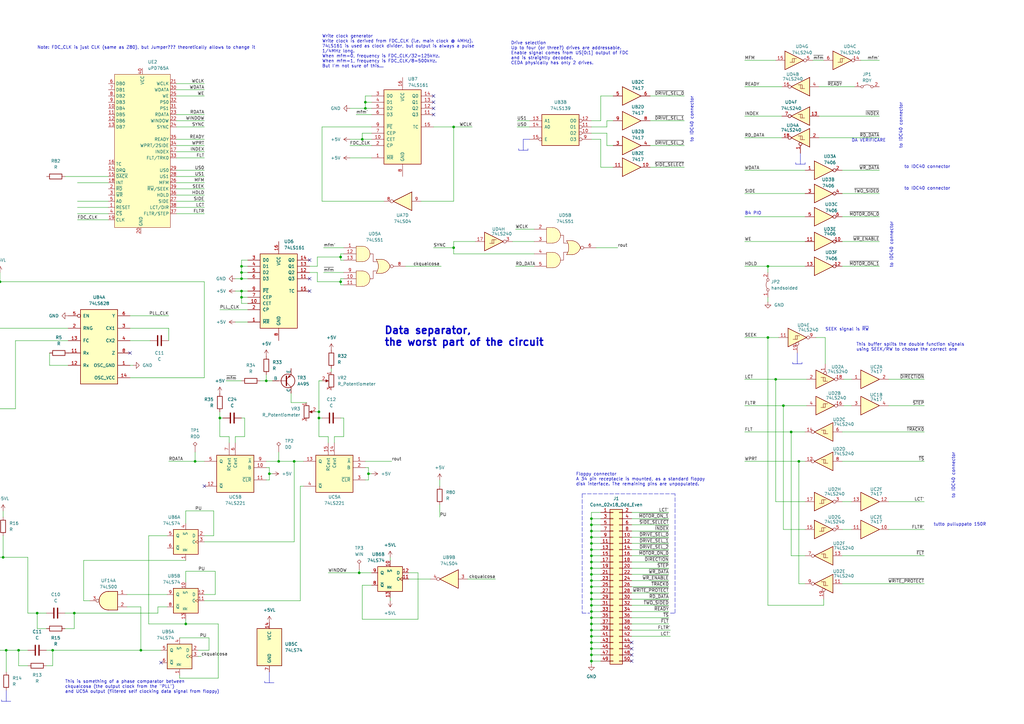
<source format=kicad_sch>
(kicad_sch (version 20230121) (generator eeschema)
  (paper "A3")
  (junction (at 242.57 268.605))
  (junction (at 242.57 220.345))
  (junction (at 242.57 243.205))
  (junction (at 242.57 253.365))
  (junction (at 242.57 245.745))
  (junction (at 99.06 114.3))
  (junction (at 242.57 212.725))
  (junction (at 80.01 189.23))
  (junction (at 242.57 225.425))
  (junction (at 76.2 255.905))
  (junction (at 147.32 234.95))
  (junction (at 242.57 235.585))
  (junction (at -7.62 248.92))
  (junction (at 30.48 251.46))
  (junction (at 242.57 215.265))
  (junction (at 130.81 171.45))
  (junction (at 186.055 52.07))
  (junction (at 242.57 250.825))
  (junction (at -6.35 167.64))
  (junction (at 99.06 109.22))
  (junction (at 242.57 238.125))
  (junction (at 314.96 138.43))
  (junction (at 148.59 57.15))
  (junction (at 242.57 222.885))
  (junction (at 321.31 166.37))
  (junction (at 242.57 227.965))
  (junction (at 318.135 155.575))
  (junction (at 139.7 115.57))
  (junction (at 21.59 266.7))
  (junction (at 149.86 41.91))
  (junction (at 0 115.57))
  (junction (at 1.27 228.6))
  (junction (at 99.06 121.92))
  (junction (at 7.62 266.7))
  (junction (at 139.7 105.41))
  (junction (at 242.57 260.985))
  (junction (at -16.51 167.64))
  (junction (at 242.57 248.285))
  (junction (at 99.06 119.38))
  (junction (at 242.57 266.065))
  (junction (at 109.22 156.21))
  (junction (at 242.57 240.665))
  (junction (at 242.57 255.905))
  (junction (at 90.17 171.45))
  (junction (at 120.65 189.23))
  (junction (at 99.06 111.76))
  (junction (at -50.8 167.64))
  (junction (at 242.57 258.445))
  (junction (at 327.66 189.23))
  (junction (at 242.57 263.525))
  (junction (at 186.055 101.6))
  (junction (at 242.57 271.145))
  (junction (at 114.3 189.23))
  (junction (at 242.57 230.505))
  (junction (at 149.86 44.45))
  (junction (at 110.49 194.31))
  (junction (at 130.81 168.91))
  (junction (at 314.96 109.22))
  (junction (at 151.13 194.31))
  (junction (at 324.485 177.165))
  (junction (at 2.54 266.7))
  (junction (at 242.57 217.805))
  (junction (at 57.785 266.7))
  (junction (at 15.24 251.46))
  (junction (at 242.57 233.045))
  (no_connect (at 259.08 268.605))
  (no_connect (at 259.08 266.065))
  (no_connect (at 127 106.68))
  (no_connect (at 259.08 271.145))
  (no_connect (at 83.82 199.39))
  (no_connect (at 177.8 39.37))
  (no_connect (at 177.8 46.99))
  (no_connect (at 127 114.3))
  (no_connect (at 66.04 271.78))
  (no_connect (at 259.08 263.525))
  (no_connect (at 177.8 41.91))
  (no_connect (at 177.8 44.45))
  (no_connect (at 127 119.38))
  (no_connect (at 53.34 144.78))
  (wire (pts (xy 99.06 114.3) (xy 101.6 114.3)))
  (polyline (pts (xy 330.2 66.675) (xy 330.2 67.31)))
  (wire (pts (xy 0 115.57) (xy -12.7 115.57)))
  (wire (pts (xy 259.08 245.745) (xy 274.32 245.745)))
  (wire (pts (xy 0 228.6) (xy 1.27 228.6)))
  (wire (pts (xy 109.22 156.21) (xy 111.76 156.21)))
  (wire (pts (xy 130.81 179.07) (xy 134.62 179.07)))
  (wire (pts (xy -6.35 167.64) (xy -6.35 166.37)))
  (wire (pts (xy 72.39 87.63) (xy 83.82 87.63)))
  (polyline (pts (xy 327.025 149.225) (xy 328.93 149.225)))
  (wire (pts (xy 72.39 59.69) (xy 83.82 59.69)))
  (wire (pts (xy -16.51 167.64) (xy -6.35 167.64)))
  (wire (pts (xy 72.39 82.55) (xy 83.82 82.55)))
  (wire (pts (xy 242.57 217.805) (xy 242.57 220.345)))
  (polyline (pts (xy 216.535 60.96) (xy 216.535 61.595)))
  (wire (pts (xy 83.82 222.25) (xy 120.65 222.25)))
  (wire (pts (xy 246.38 268.605) (xy 242.57 268.605)))
  (wire (pts (xy 110.49 194.31) (xy 111.76 194.31)))
  (wire (pts (xy 143.51 44.45) (xy 149.86 44.45)))
  (wire (pts (xy 53.34 139.7) (xy 61.595 139.7)))
  (wire (pts (xy 0 266.7) (xy 2.54 266.7)))
  (wire (pts (xy -20.32 167.64) (xy -16.51 167.64)))
  (wire (pts (xy 140.97 179.07) (xy 137.16 179.07)))
  (polyline (pts (xy 328.295 67.31) (xy 326.39 67.31)))
  (wire (pts (xy 80.01 185.42) (xy 80.01 189.23)))
  (wire (pts (xy 134.62 234.95) (xy 147.32 234.95)))
  (wire (pts (xy 246.38 258.445) (xy 242.57 258.445)))
  (wire (pts (xy 127 111.76) (xy 130.175 111.76)))
  (wire (pts (xy 246.38 263.525) (xy 242.57 263.525)))
  (wire (pts (xy 246.38 220.345) (xy 242.57 220.345)))
  (wire (pts (xy 99.06 124.46) (xy 101.6 124.46)))
  (wire (pts (xy 259.08 253.365) (xy 274.32 253.365)))
  (wire (pts (xy -16.51 177.8) (xy -16.51 248.92)))
  (wire (pts (xy 248.92 52.07) (xy 248.92 49.53)))
  (wire (pts (xy 34.29 246.38) (xy 34.29 229.87)))
  (wire (pts (xy 246.38 238.125) (xy 242.57 238.125)))
  (wire (pts (xy 110.49 191.77) (xy 110.49 194.31)))
  (wire (pts (xy 305.435 88.9) (xy 330.2 88.9)))
  (wire (pts (xy 191.77 237.49) (xy 203.2 237.49)))
  (wire (pts (xy 90.17 171.45) (xy 91.44 171.45)))
  (wire (pts (xy 57.785 266.7) (xy 57.785 248.92)))
  (wire (pts (xy 345.44 69.85) (xy 360.68 69.85)))
  (wire (pts (xy 242.57 235.585) (xy 242.57 238.125)))
  (wire (pts (xy 305.435 109.22) (xy 314.96 109.22)))
  (polyline (pts (xy -6.35 182.245) (xy -8.255 182.245)))
  (wire (pts (xy 246.38 248.285) (xy 242.57 248.285)))
  (wire (pts (xy 337.82 248.285) (xy 337.82 245.745)))
  (polyline (pts (xy -7.62 283.21) (xy -7.62 287.655)))
  (wire (pts (xy 364.49 205.74) (xy 379.095 205.74)))
  (wire (pts (xy 151.13 194.31) (xy 152.4 194.31)))
  (wire (pts (xy 11.43 251.46) (xy 11.43 228.6)))
  (polyline (pts (xy 0.635 287.02) (xy 0.635 287.655)))
  (wire (pts (xy 21.59 266.7) (xy 57.785 266.7)))
  (wire (pts (xy 246.38 215.265) (xy 242.57 215.265)))
  (polyline (pts (xy 327.025 149.225) (xy 325.12 149.225)))
  (wire (pts (xy 109.22 156.21) (xy 109.22 153.67)))
  (wire (pts (xy 259.08 220.345) (xy 274.32 220.345)))
  (wire (pts (xy 73.66 278.13) (xy 89.535 278.13)))
  (wire (pts (xy 242.57 238.125) (xy 242.57 240.665)))
  (wire (pts (xy 364.49 155.575) (xy 379.095 155.575)))
  (wire (pts (xy 211.455 109.22) (xy 219.075 109.22)))
  (wire (pts (xy 259.08 260.985) (xy 274.955 260.985)))
  (wire (pts (xy 246.38 245.745) (xy 242.57 245.745)))
  (wire (pts (xy 89.535 278.13) (xy 89.535 255.905)))
  (wire (pts (xy 80.01 189.23) (xy 83.82 189.23)))
  (wire (pts (xy 30.48 251.46) (xy 64.77 251.46)))
  (wire (pts (xy 87.63 209.55) (xy 76.2 209.55)))
  (wire (pts (xy 327.66 189.23) (xy 330.2 189.23)))
  (wire (pts (xy 69.215 134.62) (xy 53.34 134.62)))
  (wire (pts (xy 151.13 191.77) (xy 151.13 194.31)))
  (polyline (pts (xy 2.54 287.655) (xy 4.445 287.655)))
  (wire (pts (xy 242.57 263.525) (xy 242.57 266.065)))
  (wire (pts (xy 119.38 161.29) (xy 119.38 165.1)))
  (wire (pts (xy 60.96 255.905) (xy 76.2 255.905)))
  (wire (pts (xy 242.57 240.665) (xy 242.57 243.205)))
  (polyline (pts (xy 276.86 202.565) (xy 238.76 202.565)) (stroke (width 0) (type dash)))
  (wire (pts (xy 130.175 105.41) (xy 139.7 105.41)))
  (wire (pts (xy -50.8 167.64) (xy -40.64 167.64)))
  (wire (pts (xy 259.08 235.585) (xy 274.32 235.585)))
  (wire (pts (xy 72.39 77.47) (xy 83.82 77.47)))
  (wire (pts (xy 242.57 220.345) (xy 242.57 222.885)))
  (wire (pts (xy 242.57 271.145) (xy 242.57 272.415)))
  (wire (pts (xy -7.62 250.19) (xy -7.62 248.92)))
  (polyline (pts (xy 325.12 148.59) (xy 325.12 149.225)))
  (wire (pts (xy 109.22 189.23) (xy 114.3 189.23)))
  (wire (pts (xy 90.17 179.07) (xy 93.98 179.07)))
  (wire (pts (xy 68.58 219.71) (xy 60.96 219.71)))
  (wire (pts (xy 31.75 82.55) (xy 44.45 82.55)))
  (wire (pts (xy 246.38 217.805) (xy 242.57 217.805)))
  (wire (pts (xy 349.25 217.17) (xy 345.44 217.17)))
  (wire (pts (xy 93.98 179.07) (xy 93.98 181.61)))
  (wire (pts (xy 76.2 234.315) (xy 76.2 238.76)))
  (wire (pts (xy -50.8 167.64) (xy -50.8 170.18)))
  (wire (pts (xy 96.52 132.08) (xy 101.6 132.08)))
  (wire (pts (xy 242.57 210.185) (xy 242.57 212.725)))
  (wire (pts (xy 148.59 54.61) (xy 152.4 54.61)))
  (wire (pts (xy 139.7 116.84) (xy 139.7 115.57)))
  (wire (pts (xy 246.38 230.505) (xy 242.57 230.505)))
  (wire (pts (xy 186.055 101.6) (xy 186.055 104.14)))
  (wire (pts (xy 27.94 139.7) (xy 6.35 139.7)))
  (wire (pts (xy 148.59 57.15) (xy 148.59 54.61)))
  (wire (pts (xy 123.19 199.39) (xy 123.19 246.38)))
  (wire (pts (xy 73.66 276.86) (xy 73.66 278.13)))
  (wire (pts (xy 259.08 230.505) (xy 274.32 230.505)))
  (wire (pts (xy 259.08 210.185) (xy 274.32 210.185)))
  (wire (pts (xy 335.915 56.515) (xy 360.68 56.515)))
  (wire (pts (xy 72.39 69.85) (xy 83.82 69.85)))
  (wire (pts (xy 242.57 233.045) (xy 242.57 235.585)))
  (polyline (pts (xy 328.295 62.865) (xy 328.295 67.31)))
  (wire (pts (xy 30.48 251.46) (xy 26.67 251.46)))
  (wire (pts (xy 259.08 233.045) (xy 274.32 233.045)))
  (wire (pts (xy 147.32 233.68) (xy 147.32 234.95)))
  (wire (pts (xy 96.52 119.38) (xy 99.06 119.38)))
  (wire (pts (xy 330.2 99.06) (xy 305.435 99.06)))
  (wire (pts (xy 72.39 36.83) (xy 83.82 36.83)))
  (wire (pts (xy 7.62 273.05) (xy 7.62 266.7)))
  (wire (pts (xy 166.37 109.22) (xy 180.975 109.22)))
  (wire (pts (xy 130.81 168.91) (xy 130.81 156.21)))
  (wire (pts (xy 110.49 196.85) (xy 109.22 196.85)))
  (polyline (pts (xy 108.585 279.4) (xy 108.585 280.035)))
  (polyline (pts (xy -85.09 123.825) (xy -83.185 123.825)))
  (wire (pts (xy -12.7 115.57) (xy -12.7 119.38)))
  (wire (pts (xy 305.435 24.765) (xy 318.135 24.765)))
  (wire (pts (xy 130.81 168.91) (xy 129.54 168.91)))
  (polyline (pts (xy 2.54 287.655) (xy 0.635 287.655)))
  (wire (pts (xy 2.54 266.7) (xy 7.62 266.7)))
  (wire (pts (xy 52.07 248.92) (xy 57.785 248.92)))
  (wire (pts (xy 140.97 116.84) (xy 139.7 116.84)))
  (wire (pts (xy 259.08 217.805) (xy 274.32 217.805)))
  (wire (pts (xy 72.39 62.23) (xy 83.82 62.23)))
  (wire (pts (xy 246.38 255.905) (xy 242.57 255.905)))
  (wire (pts (xy 140.97 171.45) (xy 140.97 179.07)))
  (polyline (pts (xy -6.35 177.8) (xy -6.35 182.245)))
  (wire (pts (xy 318.135 205.74) (xy 330.2 205.74)))
  (wire (pts (xy 242.57 248.285) (xy 242.57 250.825)))
  (wire (pts (xy 334.645 138.43) (xy 338.455 138.43)))
  (wire (pts (xy 53.34 129.54) (xy 69.215 129.54)))
  (wire (pts (xy 106.68 156.21) (xy 109.22 156.21)))
  (wire (pts (xy 259.08 240.665) (xy 274.32 240.665)))
  (wire (pts (xy 152.4 41.91) (xy 149.86 41.91)))
  (wire (pts (xy -12.7 138.43) (xy -12.7 142.24)))
  (wire (pts (xy 259.08 225.425) (xy 274.32 225.425)))
  (wire (pts (xy 266.7 39.37) (xy 280.67 39.37)))
  (wire (pts (xy 321.31 217.17) (xy 330.2 217.17)))
  (wire (pts (xy 69.215 139.7) (xy 69.215 134.62)))
  (wire (pts (xy 305.435 189.23) (xy 327.66 189.23)))
  (wire (pts (xy 160.02 228.6) (xy 160.02 229.87)))
  (polyline (pts (xy 328.295 67.31) (xy 330.2 67.31)))
  (wire (pts (xy 130.81 171.45) (xy 130.81 179.07)))
  (wire (pts (xy 177.8 52.07) (xy 186.055 52.07)))
  (polyline (pts (xy -8.255 181.61) (xy -8.255 182.245)))
  (polyline (pts (xy -12.7 154.305) (xy -10.795 154.305)))
  (wire (pts (xy 26.67 72.39) (xy 44.45 72.39)))
  (wire (pts (xy 248.92 54.61) (xy 248.92 59.69)))
  (wire (pts (xy 31.75 74.93) (xy 44.45 74.93)))
  (wire (pts (xy 101.6 111.76) (xy 99.06 111.76)))
  (wire (pts (xy 266.7 68.58) (xy 280.67 68.58)))
  (wire (pts (xy 72.39 46.99) (xy 83.82 46.99)))
  (wire (pts (xy 246.38 39.37) (xy 246.38 49.53)))
  (wire (pts (xy 242.57 212.725) (xy 242.57 215.265)))
  (wire (pts (xy 31.75 85.09) (xy 44.45 85.09)))
  (polyline (pts (xy 214.63 61.595) (xy 216.535 61.595)))
  (wire (pts (xy 31.75 90.17) (xy 44.45 90.17)))
  (polyline (pts (xy 110.49 280.035) (xy 112.395 280.035)))
  (wire (pts (xy 66.04 266.7) (xy 57.785 266.7)))
  (wire (pts (xy 1.27 209.55) (xy 1.27 212.09)))
  (wire (pts (xy 132.715 111.76) (xy 140.97 111.76)))
  (wire (pts (xy 246.38 212.725) (xy 242.57 212.725)))
  (wire (pts (xy 72.39 80.01) (xy 83.82 80.01)))
  (wire (pts (xy 34.29 229.87) (xy 76.2 229.87)))
  (wire (pts (xy 19.05 266.7) (xy 21.59 266.7)))
  (wire (pts (xy 21.59 273.05) (xy 21.59 266.7)))
  (wire (pts (xy 242.57 52.07) (xy 248.92 52.07)))
  (wire (pts (xy 305.435 79.375) (xy 330.2 79.375)))
  (polyline (pts (xy 276.86 251.46) (xy 276.86 202.565)) (stroke (width 0) (type dash)))
  (wire (pts (xy 11.43 273.05) (xy 7.62 273.05)))
  (wire (pts (xy 246.38 68.58) (xy 246.38 57.15)))
  (wire (pts (xy 246.38 210.185) (xy 242.57 210.185)))
  (wire (pts (xy 139.7 105.41) (xy 139.7 104.14)))
  (wire (pts (xy 99.06 171.45) (xy 100.33 171.45)))
  (wire (pts (xy 333.375 24.765) (xy 337.82 24.765)))
  (wire (pts (xy 177.8 101.6) (xy 186.055 101.6)))
  (wire (pts (xy 171.45 234.95) (xy 167.64 234.95)))
  (polyline (pts (xy 212.725 60.96) (xy 212.725 61.595)))
  (wire (pts (xy 349.25 166.37) (xy 346.075 166.37)))
  (wire (pts (xy 259.08 243.205) (xy 274.32 243.205)))
  (wire (pts (xy -7.62 233.68) (xy -7.62 238.76)))
  (wire (pts (xy 132.715 101.6) (xy 140.97 101.6)))
  (polyline (pts (xy -9.525 287.02) (xy -9.525 287.655)))
  (wire (pts (xy 148.59 254) (xy 171.45 254)))
  (wire (pts (xy 130.81 156.21) (xy 132.08 156.21)))
  (wire (pts (xy 345.44 99.06) (xy 360.68 99.06)))
  (wire (pts (xy 151.13 194.31) (xy 151.13 196.85)))
  (wire (pts (xy 149.86 39.37) (xy 149.86 41.91)))
  (wire (pts (xy 72.39 72.39) (xy 83.82 72.39)))
  (wire (pts (xy 266.7 59.69) (xy 280.67 59.69)))
  (wire (pts (xy 143.51 64.77) (xy 152.4 64.77)))
  (wire (pts (xy 330.2 227.965) (xy 324.485 227.965)))
  (wire (pts (xy 259.08 255.905) (xy 274.32 255.905)))
  (wire (pts (xy 72.39 57.15) (xy 83.82 57.15)))
  (wire (pts (xy 305.435 155.575) (xy 318.135 155.575)))
  (wire (pts (xy 76.2 209.55) (xy 76.2 214.63)))
  (wire (pts (xy 217.17 49.53) (xy 212.09 49.53)))
  (wire (pts (xy 330.835 166.37) (xy 321.31 166.37)))
  (wire (pts (xy 69.215 189.23) (xy 80.01 189.23)))
  (wire (pts (xy 26.67 257.81) (xy 30.48 257.81)))
  (wire (pts (xy 83.82 219.71) (xy 87.63 219.71)))
  (wire (pts (xy 149.86 41.91) (xy 149.86 44.45)))
  (polyline (pts (xy -12.7 154.305) (xy -14.605 154.305)))
  (wire (pts (xy 318.135 205.74) (xy 318.135 155.575)))
  (wire (pts (xy 130.175 111.76) (xy 130.175 115.57)))
  (wire (pts (xy 242.57 253.365) (xy 242.57 255.905)))
  (wire (pts (xy 52.07 243.84) (xy 68.58 243.84)))
  (wire (pts (xy 99.06 111.76) (xy 99.06 114.3)))
  (wire (pts (xy 314.96 138.43) (xy 319.405 138.43)))
  (wire (pts (xy 81.28 266.7) (xy 85.725 266.7)))
  (wire (pts (xy 139.7 171.45) (xy 140.97 171.45)))
  (polyline (pts (xy -6.35 182.245) (xy -4.445 182.245)))
  (wire (pts (xy 242.57 255.905) (xy 242.57 258.445)))
  (wire (pts (xy 242.57 215.265) (xy 242.57 217.805)))
  (wire (pts (xy 31.75 87.63) (xy 44.45 87.63)))
  (wire (pts (xy 259.08 250.825) (xy 274.32 250.825)))
  (wire (pts (xy 139.7 115.57) (xy 139.7 114.3)))
  (wire (pts (xy 314.96 248.285) (xy 314.96 138.43)))
  (wire (pts (xy 305.435 138.43) (xy 314.96 138.43)))
  (wire (pts (xy 139.7 114.3) (xy 140.97 114.3)))
  (wire (pts (xy 152.4 39.37) (xy 149.86 39.37)))
  (wire (pts (xy 242.57 245.745) (xy 242.57 248.285)))
  (wire (pts (xy 167.64 237.49) (xy 176.53 237.49)))
  (wire (pts (xy 20.32 149.86) (xy 20.32 144.78)))
  (wire (pts (xy 246.38 225.425) (xy 242.57 225.425)))
  (wire (pts (xy 72.39 39.37) (xy 83.82 39.37)))
  (wire (pts (xy 1.27 219.71) (xy 1.27 228.6)))
  (wire (pts (xy 330.2 239.395) (xy 327.66 239.395)))
  (wire (pts (xy 379.095 239.395) (xy 345.44 239.395)))
  (wire (pts (xy 151.13 196.85) (xy 149.86 196.85)))
  (wire (pts (xy 242.57 243.205) (xy 242.57 245.745)))
  (wire (pts (xy 120.65 189.23) (xy 120.65 222.25)))
  (wire (pts (xy 360.68 24.765) (xy 353.06 24.765)))
  (polyline (pts (xy 238.76 202.565) (xy 238.76 251.46)) (stroke (width 0) (type dash)))
  (wire (pts (xy 132.08 52.07) (xy 152.4 52.07)))
  (wire (pts (xy 242.57 222.885) (xy 242.57 225.425)))
  (wire (pts (xy 114.3 185.42) (xy 114.3 189.23)))
  (wire (pts (xy 27.94 149.86) (xy 20.32 149.86)))
  (wire (pts (xy 379.095 217.17) (xy 364.49 217.17)))
  (wire (pts (xy 349.25 205.74) (xy 345.44 205.74)))
  (wire (pts (xy 314.96 109.22) (xy 330.2 109.22)))
  (wire (pts (xy 130.175 109.22) (xy 130.175 105.41)))
  (wire (pts (xy 244.475 101.6) (xy 253.365 101.6)))
  (wire (pts (xy 335.915 47.625) (xy 360.68 47.625)))
  (wire (pts (xy 345.44 79.375) (xy 360.68 79.375)))
  (wire (pts (xy 7.62 266.7) (xy 11.43 266.7)))
  (wire (pts (xy 212.09 52.07) (xy 217.17 52.07)))
  (wire (pts (xy -7.62 209.55) (xy -7.62 212.09)))
  (wire (pts (xy 305.435 47.625) (xy 320.675 47.625)))
  (wire (pts (xy 246.38 260.985) (xy 242.57 260.985)))
  (wire (pts (xy -50.8 157.48) (xy -50.8 158.75)))
  (wire (pts (xy 324.485 177.165) (xy 305.435 177.165)))
  (wire (pts (xy 242.57 268.605) (xy 242.57 271.145)))
  (wire (pts (xy 338.455 138.43) (xy 338.455 149.225)))
  (polyline (pts (xy 238.76 251.46) (xy 241.935 251.46)) (stroke (width 0) (type dash)))
  (wire (pts (xy 327.66 239.395) (xy 327.66 189.23)))
  (wire (pts (xy 379.095 189.23) (xy 345.44 189.23)))
  (wire (pts (xy 246.38 240.665) (xy 242.57 240.665)))
  (wire (pts (xy 15.24 257.81) (xy 15.24 251.46)))
  (wire (pts (xy 114.3 189.23) (xy 120.65 189.23)))
  (wire (pts (xy -16.51 248.92) (xy -7.62 248.92)))
  (wire (pts (xy 83.82 243.84) (xy 88.265 243.84)))
  (wire (pts (xy 379.095 177.165) (xy 345.44 177.165)))
  (wire (pts (xy 346.075 155.575) (xy 349.25 155.575)))
  (wire (pts (xy 96.52 179.07) (xy 96.52 181.61)))
  (wire (pts (xy 157.48 82.55) (xy 132.08 82.55)))
  (wire (pts (xy 246.38 250.825) (xy 242.57 250.825)))
  (wire (pts (xy 60.96 219.71) (xy 60.96 255.905)))
  (wire (pts (xy 130.81 171.45) (xy 130.81 168.91)))
  (wire (pts (xy 259.08 227.965) (xy 274.32 227.965)))
  (wire (pts (xy 101.6 106.68) (xy 99.06 106.68)))
  (wire (pts (xy 130.175 115.57) (xy 139.7 115.57)))
  (wire (pts (xy 139.7 104.14) (xy 140.97 104.14)))
  (polyline (pts (xy -14.605 153.67) (xy -14.605 154.305)))
  (wire (pts (xy 248.92 54.61) (xy 242.57 54.61)))
  (wire (pts (xy -7.62 257.81) (xy -7.62 261.62)))
  (wire (pts (xy 88.265 243.84) (xy 88.265 234.315)))
  (wire (pts (xy -71.12 109.22) (xy -71.12 111.76)))
  (wire (pts (xy 143.51 57.15) (xy 148.59 57.15)))
  (wire (pts (xy 19.05 273.05) (xy 21.59 273.05)))
  (polyline (pts (xy -85.09 119.38) (xy -85.09 123.825)))
  (wire (pts (xy 100.33 171.45) (xy 100.33 179.07)))
  (wire (pts (xy 72.39 74.93) (xy 83.82 74.93)))
  (wire (pts (xy 72.39 49.53) (xy 83.82 49.53)))
  (wire (pts (xy 324.485 177.165) (xy 330.2 177.165)))
  (wire (pts (xy 242.57 260.985) (xy 242.57 263.525)))
  (wire (pts (xy 99.06 119.38) (xy 101.6 119.38)))
  (wire (pts (xy 186.055 52.07) (xy 186.055 82.55)))
  (wire (pts (xy 211.455 93.98) (xy 219.075 93.98)))
  (wire (pts (xy 81.28 269.24) (xy 82.55 269.24)))
  (polyline (pts (xy 326.39 66.675) (xy 326.39 67.31)))
  (wire (pts (xy 180.34 196.85) (xy 180.34 199.39)))
  (wire (pts (xy 92.71 156.21) (xy 99.06 156.21)))
  (wire (pts (xy 110.49 194.31) (xy 110.49 196.85)))
  (wire (pts (xy 337.82 248.285) (xy 314.96 248.285)))
  (wire (pts (xy 210.185 99.06) (xy 219.075 99.06)))
  (wire (pts (xy 36.83 246.38) (xy 34.29 246.38)))
  (wire (pts (xy 242.57 227.965) (xy 242.57 230.505)))
  (wire (pts (xy 246.38 271.145) (xy 242.57 271.145)))
  (wire (pts (xy 83.82 154.94) (xy 83.82 115.57)))
  (wire (pts (xy 140.97 106.68) (xy 139.7 106.68)))
  (wire (pts (xy -12.7 127) (xy -12.7 130.81)))
  (wire (pts (xy 186.055 104.14) (xy 219.075 104.14)))
  (wire (pts (xy -7.62 248.92) (xy -7.62 246.38)))
  (wire (pts (xy 321.31 166.37) (xy 321.31 217.17)))
  (wire (pts (xy 72.39 85.09) (xy 83.82 85.09)))
  (wire (pts (xy 15.24 251.46) (xy 11.43 251.46)))
  (wire (pts (xy 134.62 179.07) (xy 134.62 181.61)))
  (wire (pts (xy 99.06 106.68) (xy 99.06 109.22)))
  (wire (pts (xy 305.435 166.37) (xy 321.31 166.37)))
  (wire (pts (xy 119.38 165.1) (xy 125.73 165.1)))
  (wire (pts (xy 246.38 233.045) (xy 242.57 233.045)))
  (wire (pts (xy 246.38 57.15) (xy 242.57 57.15)))
  (wire (pts (xy 180.34 212.09) (xy 180.34 207.01)))
  (wire (pts (xy 242.57 230.505) (xy 242.57 233.045)))
  (wire (pts (xy 100.33 179.07) (xy 96.52 179.07)))
  (wire (pts (xy 246.38 227.965) (xy 242.57 227.965)))
  (wire (pts (xy 120.65 189.23) (xy 124.46 189.23)))
  (wire (pts (xy 90.17 171.45) (xy 90.17 179.07)))
  (wire (pts (xy -6.35 157.48) (xy -6.35 158.75)))
  (wire (pts (xy 186.055 99.06) (xy 186.055 101.6)))
  (wire (pts (xy 246.38 253.365) (xy 242.57 253.365)))
  (wire (pts (xy 137.16 179.07) (xy 137.16 181.61)))
  (polyline (pts (xy -85.09 123.825) (xy -86.995 123.825)))
  (wire (pts (xy 259.08 258.445) (xy 274.955 258.445)))
  (wire (pts (xy 248.92 59.69) (xy 251.46 59.69)))
  (polyline (pts (xy 110.49 280.035) (xy 108.585 280.035)))
  (wire (pts (xy 101.6 109.22) (xy 99.06 109.22)))
  (polyline (pts (xy 217.17 57.15) (xy 214.63 57.15)))
  (wire (pts (xy 72.39 34.29) (xy 83.82 34.29)))
  (wire (pts (xy -6.35 167.64) (xy 6.35 167.64)))
  (wire (pts (xy 72.39 64.77) (xy 83.82 64.77)))
  (wire (pts (xy 101.6 127) (xy 90.17 127)))
  (polyline (pts (xy 274.955 251.46) (xy 276.86 251.46)) (stroke (width 0) (type dash)))
  (wire (pts (xy 15.24 251.46) (xy 19.05 251.46)))
  (wire (pts (xy 89.535 255.905) (xy 76.2 255.905)))
  (wire (pts (xy 127 109.22) (xy 130.175 109.22)))
  (polyline (pts (xy 214.63 57.15) (xy 214.63 61.595)))
  (wire (pts (xy 345.44 109.22) (xy 360.68 109.22)))
  (wire (pts (xy 85.725 266.7) (xy 85.725 261.62)))
  (wire (pts (xy 72.39 52.07) (xy 83.82 52.07)))
  (wire (pts (xy 246.38 222.885) (xy 242.57 222.885)))
  (wire (pts (xy 246.38 235.585) (xy 242.57 235.585)))
  (wire (pts (xy -16.51 167.64) (xy -16.51 170.18)))
  (wire (pts (xy 11.43 228.6) (xy 1.27 228.6)))
  (wire (pts (xy 149.86 189.23) (xy 160.655 189.23)))
  (wire (pts (xy 152.4 234.95) (xy 147.32 234.95)))
  (wire (pts (xy 90.17 171.45) (xy 90.17 168.91)))
  (wire (pts (xy -6.35 167.64) (xy -6.35 170.18)))
  (wire (pts (xy 259.08 215.265) (xy 274.32 215.265)))
  (polyline (pts (xy -50.8 177.8) (xy -50.8 182.245)))
  (wire (pts (xy 101.6 121.92) (xy 99.06 121.92)))
  (wire (pts (xy 30.48 251.46) (xy 30.48 257.81)))
  (wire (pts (xy 246.38 243.205) (xy 242.57 243.205)))
  (wire (pts (xy 251.46 39.37) (xy 246.38 39.37)))
  (wire (pts (xy 2.54 266.7) (xy 2.54 275.59)))
  (wire (pts (xy 143.51 59.69) (xy 152.4 59.69)))
  (wire (pts (xy 148.59 240.03) (xy 148.59 254)))
  (wire (pts (xy 123.19 246.38) (xy 83.82 246.38)))
  (wire (pts (xy 53.34 154.94) (xy 83.82 154.94)))
  (wire (pts (xy 99.06 121.92) (xy 99.06 124.46)))
  (wire (pts (xy 85.725 261.62) (xy 73.66 261.62)))
  (wire (pts (xy 0 111.76) (xy 0 115.57)))
  (wire (pts (xy 135.89 151.13) (xy 135.89 152.4)))
  (polyline (pts (xy -86.995 123.19) (xy -86.995 123.825)))
  (wire (pts (xy 130.81 171.45) (xy 132.08 171.45)))
  (wire (pts (xy 76.2 255.905) (xy 76.2 254)))
  (wire (pts (xy 242.57 225.425) (xy 242.57 227.965)))
  (wire (pts (xy 259.08 248.285) (xy 274.32 248.285)))
  (wire (pts (xy 99.06 121.92) (xy 99.06 119.38)))
  (polyline (pts (xy 110.49 275.59) (xy 110.49 280.035)))
  (wire (pts (xy 139.7 106.68) (xy 139.7 105.41)))
  (wire (pts (xy 160.02 246.38) (xy 160.02 245.11)))
  (wire (pts (xy 246.38 266.065) (xy 242.57 266.065)))
  (wire (pts (xy 53.34 149.86) (xy 54.61 149.86)))
  (polyline (pts (xy 328.93 148.59) (xy 328.93 149.225)))
  (wire (pts (xy 251.46 68.58) (xy 246.38 68.58)))
  (polyline (pts (xy -52.705 181.61) (xy -52.705 182.245)))
  (wire (pts (xy -8.89 134.62) (xy 27.94 134.62)))
  (wire (pts (xy 152.4 240.03) (xy 148.59 240.03)))
  (polyline (pts (xy 214.63 61.595) (xy 212.725 61.595)))
  (polyline (pts (xy -7.62 287.655) (xy -5.715 287.655)))
  (wire (pts (xy -7.62 275.59) (xy -7.62 271.78)))
  (wire (pts (xy 305.435 35.56) (xy 320.675 35.56)))
  (wire (pts (xy 345.44 88.9) (xy 360.68 88.9)))
  (wire (pts (xy -50.8 167.64) (xy -50.8 166.37)))
  (wire (pts (xy 96.52 114.3) (xy 99.06 114.3)))
  (polyline (pts (xy -7.62 287.655) (xy -9.525 287.655)))
  (wire (pts (xy 259.08 212.725) (xy 274.32 212.725)))
  (wire (pts (xy 259.08 222.885) (xy 274.32 222.885)))
  (wire (pts (xy 146.05 46.99) (xy 152.4 46.99)))
  (wire (pts (xy 379.095 227.965) (xy 345.44 227.965)))
  (polyline (pts (xy -50.8 182.245) (xy -52.705 182.245)))
  (wire (pts (xy 266.7 49.53) (xy 280.67 49.53)))
  (wire (pts (xy 19.05 257.81) (xy 15.24 257.81)))
  (wire (pts (xy 259.08 238.125) (xy 274.32 238.125)))
  (wire (pts (xy 6.35 139.7) (xy 6.35 167.64)))
  (polyline (pts (xy -50.8 182.245) (xy -48.895 182.245)))
  (wire (pts (xy 149.86 44.45) (xy 152.4 44.45)))
  (wire (pts (xy 318.135 155.575) (xy 330.835 155.575)))
  (wire (pts (xy 324.485 177.165) (xy 324.485 227.965)))
  (wire (pts (xy 87.63 219.71) (xy 87.63 209.55)))
  (wire (pts (xy 88.265 234.315) (xy 76.2 234.315)))
  (wire (pts (xy 335.915 35.56) (xy 350.52 35.56)))
  (wire (pts (xy 151.13 191.77) (xy 149.86 191.77)))
  (polyline (pts (xy 2.54 283.21) (xy 2.54 287.655)))
  (wire (pts (xy 64.77 248.92) (xy 68.58 248.92)))
  (wire (pts (xy 242.57 266.065) (xy 242.57 268.605)))
  (wire (pts (xy 305.435 56.515) (xy 320.675 56.515)))
  (wire (pts (xy -71.12 111.76) (xy -77.47 111.76)))
  (wire (pts (xy 379.095 166.37) (xy 364.49 166.37)))
  (wire (pts (xy 123.19 199.39) (xy 124.46 199.39)))
  (wire (pts (xy 242.57 250.825) (xy 242.57 253.365)))
  (wire (pts (xy 83.82 115.57) (xy 0 115.57)))
  (wire (pts (xy 132.08 82.55) (xy 132.08 52.07)))
  (wire (pts (xy 110.49 191.77) (xy 109.22 191.77)))
  (polyline (pts (xy -12.7 149.86) (xy -12.7 154.305)))
  (wire (pts (xy 186.055 52.07) (xy 193.675 52.07)))
  (wire (pts (xy 99.06 109.22) (xy 99.06 111.76)))
  (wire (pts (xy 186.055 99.06) (xy 194.945 99.06)))
  (wire (pts (xy 246.38 49.53) (xy 242.57 49.53)))
  (wire (pts (xy 242.57 258.445) (xy 242.57 260.985)))
  (wire (pts (xy 172.72 82.55) (xy 186.055 82.55)))
  (wire (pts (xy 171.45 254) (xy 171.45 234.95)))
  (wire (pts (xy 248.92 49.53) (xy 251.46 49.53)))
  (wire (pts (xy 314.96 109.22) (xy 314.96 111.76)))
  (wire (pts (xy -33.02 167.64) (xy -27.94 167.64)))
  (wire (pts (xy 148.59 57.15) (xy 152.4 57.15)))
  (wire (pts (xy 314.96 121.92) (xy 314.96 123.825)))
  (polyline (pts (xy 327.025 144.78) (xy 327.025 149.225)))
  (wire (pts (xy 305.435 69.85) (xy 330.2 69.85)))
  (wire (pts (xy -7.62 219.71) (xy -7.62 223.52)))
  (wire (pts (xy 64.77 248.92) (xy 64.77 251.46)))
  (text "B4 PIO" (at 305.435 88.265 0) (effects (font (size 1.27 1.27)) (justify left bottom)))
  (text "to IDC40 connector" (at 366.395 109.855 90) (effects (font (size 1.27 1.27)) (justify left bottom)))
  (text "Floppy connector\nA 34 pin receptacle is mounted, as a standard floppy\ndisk interface. The remaining pins are unpopulated." (at 236.22 199.39 0) (effects (font (size 1.27 1.27)) (justify left bottom)))
  (text "tutto pulluppato 150R\n" (at 404.495 215.9 0) (effects (font (size 1.27 1.27)) (justify right bottom)))
  (text "DA VERIFICARE" (at 349.25 58.42 0) (effects (font (size 1.27 1.27)) (justify left bottom)))
  (text "to IDC40 connector" (at 284.48 58.42 90) (effects (font (size 1.27 1.27)) (justify left bottom)))
  (text "to IDC40 connector" (at 370.205 60.96 90) (effects (font (size 1.27 1.27)) (justify left bottom)))
  (text "This buffer splits the double function signals\nusing SEEK/RW to choose the correct one" (at 351.155 144.145 0) (effects (font (size 1.27 1.27)) (justify left bottom)))
  (text "This is something of a phase comparator between\nckqualcosa (the output clock from the \"PLL\")\nand UC5A output (filtered self clocking data signal from floppy)\n" (at 26.67 284.48 0) (effects (font (size 1.27 1.27)) (justify left bottom)))
  (text "to IDC40 connector" (at 391.795 204.47 90) (effects (font (size 1.27 1.27)) (justify left bottom)))
  (text "SEEK signal is ~{RW}" (at 338.455 135.89 0) (effects (font (size 1.27 1.27)) (justify left bottom)))
  (text "Drive selection\nUp to four (or three?) drives are addressable.\nEnable signal comes from US[0:1] output of FDC\nand is straightly decoded.\nCEDA physically has only 2 drives." (at 209.55 26.67 0) (effects (font (size 1.27 1.27)) (justify left bottom)))
  (text "Note: FDC_CLK is just CLK (same as Z80), but Jumper??? theoretically allows to change it" (at 15.24 20.32 0) (effects (font (size 1.27 1.27)) (justify left bottom)))
  (text "Data separator,\nthe worst part of the circuit" (at 157.48 142.24 0) (effects (font (size 3 3) (thickness 0.6) bold) (justify left bottom)))
  (text "to IDC40 connector" (at 370.84 78.105 0) (effects (font (size 1.27 1.27)) (justify left bottom)))
  (text "Write clock generator\nWrite clock is derived from FDC_CLK (i.e. main clock @ 4MHz).\n74LS161 is used as clock divider, but output is always a pulse\n1/4MHz long.\nWhen mfm=0, frequency is FDC_CLK/32=125kHz.\nWhen mfm=1, frequency is FDC_CLK/8=500kHz.\nBut I'm not sure of this..." (at 132.08 27.94 0) (effects (font (size 1.27 1.27)) (justify left bottom)))
  (text "to IDC40 connector" (at 370.84 69.215 0) (effects (font (size 1.27 1.27)) (justify left bottom)))
  (label "~{TRACK0}" (at 379.095 177.165 180))
  (label "FLTR" (at 83.82 87.63 180))
  (label "MFM" (at 83.82 74.93 180))
  (label "WPRT" (at 83.82 59.69 180))
  (label "INDEX" (at 305.435 47.625 0))
  (label "ckqualcosa" (at 203.2 237.49 180))
  (label "PLL_CLK" (at 90.17 127 0))
  (label "WE" (at 305.435 99.06 0))
  (label "RDATA" (at 69.215 189.23 0))
  (label "~{SIDE_SELECT}" (at 274.32 215.265 180))
  (label "~{RD_DATA}" (at 360.68 56.515 180))
  (label "~{MOTOR_ON_0}" (at 360.68 88.9 180))
  (label "~{TS}" (at 379.095 189.23 180))
  (label "~{RD_DATA}" (at 274.32 245.745 180))
  (label "READY" (at 83.82 57.15 180))
  (label "LCT'" (at 274.32 210.185 180))
  (label "~{DIRECTION}" (at 379.095 155.575 180))
  (label "WCLK" (at 193.675 52.07 180))
  (label "~{DRIVE_SEL_1}" (at 274.32 222.885 180))
  (label "~{WR_DATA}" (at 274.32 235.585 180))
  (label "PU" (at 81.28 234.315 0))
  (label "~{READY}" (at 345.44 35.56 180))
  (label "mfm'" (at 132.715 101.6 0))
  (label "HDLD" (at 83.82 80.01 180))
  (label "SEEK" (at 305.435 138.43 0))
  (label "INDEX" (at 83.82 62.23 180))
  (label "~{WR_ENABLE}" (at 274.32 238.125 180))
  (label "WINDOW" (at 134.62 234.95 0))
  (label "FLT" (at 305.435 177.165 0))
  (label "~{WRITE_PROTECT}" (at 379.095 239.395 180))
  (label "mfm'" (at 360.68 24.765 180))
  (label "~{STEP}" (at 379.095 166.37 180))
  (label "SYNC" (at 177.8 101.6 0))
  (label "US1" (at 83.82 72.39 180))
  (label "rout" (at 160.655 189.23 0))
  (label "~{READY}" (at 274.32 250.825 180))
  (label "WPRT" (at 305.435 189.23 0))
  (label "~{mfm}" (at 92.71 156.21 0))
  (label "~{DRIVE_SEL_0}" (at 274.32 220.345 180))
  (label "LCT'" (at 274.955 260.985 180))
  (label "rout" (at 253.365 101.6 0))
  (label "~{mfm}" (at 337.82 24.765 180))
  (label "LCT" (at 83.82 85.09 180))
  (label "LCT" (at 305.435 155.575 0))
  (label "~{STEP}" (at 274.32 233.045 180))
  (label "PU" (at 80.01 209.55 0))
  (label "~{WR_DATA}" (at 360.68 69.85 180))
  (label "ckqualcosa" (at 180.34 109.22 180))
  (label "WDATA" (at 83.82 36.83 180))
  (label "~{FLT}" (at 379.095 227.965 180))
  (label "~{DIRECTION}" (at 274.32 230.505 180))
  (label "FLTR'" (at 274.955 258.445 180))
  (label "US0" (at 83.82 69.85 180))
  (label "~{MOTOR_ON_1}" (at 360.68 109.22 180))
  (label "RD_DATA" (at 305.435 56.515 0))
  (label "mfm'" (at 146.05 46.99 0))
  (label "~{INDEX}" (at 274.32 217.805 180))
  (label "FDC_CLK" (at 143.51 59.69 0))
  (label "READY" (at 305.435 35.56 0))
  (label "~{DRIVE_SEL_2}" (at 280.67 59.69 180))
  (label "US0" (at 212.09 52.07 0))
  (label "~{TRACK0}" (at 274.32 240.665 180))
  (label "SIDE" (at 305.435 79.375 0))
  (label "PLL_CLK" (at 69.215 129.54 180))
  (label "FLTR'" (at 379.095 217.17 180))
  (label "~{WR_ENABLE}" (at 360.68 99.06 180))
  (label "RD_DATA" (at 211.455 109.22 0))
  (label "~{INDEX}" (at 360.68 47.625 180))
  (label "~{TWO_SIDED}" (at 360.68 79.375 180))
  (label "SIDE" (at 83.82 82.55 180))
  (label "~{FLT}" (at 274.32 255.905 180))
  (label "~{TWO_SIDED}" (at 274.32 248.285 180))
  (label "WCLK" (at 83.82 34.29 180))
  (label "~{DRIVE_SEL_2}" (at 274.32 225.425 180))
  (label "~{DRIVE_SEL_1}" (at 280.67 49.53 180))
  (label "~{WRITE_PROTECT}" (at 274.32 243.205 180))
  (label "~{TS}" (at 274.32 253.365 180))
  (label "PU" (at 180.34 212.09 0))
  (label "RDATA" (at 83.82 46.99 180))
  (label "SYNC" (at 83.82 52.07 180))
  (label "LCT'" (at 379.095 205.74 180))
  (label "~{mfm}" (at 132.715 111.76 0))
  (label "PU" (at 81.915 261.62 0))
  (label "SEEK" (at 83.82 77.47 180))
  (label "MFM" (at 305.435 24.765 0))
  (label "WDATA" (at 305.435 69.85 0))
  (label "FDC_CLK" (at 31.75 90.17 0))
  (label "~{MOTOR_ON_1}" (at 274.32 212.725 180))
  (label "ckqualcosa" (at 82.55 269.24 0))
  (label "WE" (at 83.82 39.37 180))
  (label "US1" (at 212.09 49.53 0))
  (label "~{MOTOR_ON_0}" (at 274.32 227.965 180))
  (label "FLTR" (at 305.435 166.37 0))
  (label "FLT" (at 83.82 64.77 180))
  (label "~{DRIVE_SEL_0}" (at 280.67 39.37 180))
  (label "WINDOW" (at 83.82 49.53 180))
  (label "WCLK" (at 211.455 93.98 0))
  (label "~{SIDE_SELECT}" (at 280.67 68.58 180))
  (label "HDLD" (at 305.435 109.22 0))
  (symbol (lib_id "Device:R") (at 109.22 149.86 0) (unit 1)
    (property "Reference" "R33" (at 111.76 148.59 0) (effects (justify left)))
    (property "Value" "R" (at 111.76 151.13 0) (effects (justify left)))
  )
  (symbol (lib_id "74xx:74LS07") (at 259.08 59.69 0) (unit 2)
    (property "Reference" "UB2" (at 261.62 53.975 0))
    (property "Value" "7417" (at 261.62 56.515 0))
    (property "Datasheet" "www.ti.com/lit/ds/symlink/sn74ls07.pdf" (effects hide))
  )
  (symbol (lib_id "74xx:74LS240_Split") (at 337.82 189.23 0) (mirror y) (unit 4)
    (property "Reference" "UD2" (at 344.17 184.15 0))
    (property "Value" "74LS240" (at 346.075 186.055 0))
    (property "Datasheet" "http://www.ti.com/lit/ds/symlink/sn74ls240.pdf" (effects hide))
  )
  (symbol (lib_id "74xx:74LS240_Split") (at 337.82 205.74 0) (unit 8)
    (property "Reference" "UD2" (at 342.265 200.66 0))
    (property "Value" "74LS240" (at 342.265 202.565 0))
    (property "Datasheet" "http://www.ti.com/lit/ds/symlink/sn74ls240.pdf" (effects hide))
  )
  (symbol (lib_id "Simulation_SPICE:PNP") (at 116.84 156.21 0) (mirror x) (unit 1)
    (property "Reference" "TR3" (at 121.92 154.94 0) (effects (justify left)))
    (property "Value" "A495" (at 121.92 157.48 0) (effects (justify left)))
    (property "Sim.Device" "PNP" (effects hide))
    (property "Sim.Type" "GUMMELPOON" (effects hide))
    (property "Sim.Pins" "1=C 2=B 3=E" (effects hide))
  )
  (symbol (lib_id "Device:R") (at 22.86 72.39 90) (unit 1)
    (property "Reference" "R82" (at 22.86 66.04 90))
    (property "Value" "R" (at 22.86 68.58 90))
  )
  (symbol (lib_id "power:GND") (at 96.52 114.3 270) (unit 1)
    (property "Reference" "#PWR069" (effects hide))
    (property "Value" "GND" (at 92.71 114.3 90) (effects (justify right)))
  )
  (symbol (lib_id "74xx:74LS240_Split") (at 337.82 217.17 0) (unit 7)
    (property "Reference" "UD2" (at 342.265 212.09 0))
    (property "Value" "74LS240" (at 342.265 213.995 0))
    (property "Datasheet" "http://www.ti.com/lit/ds/symlink/sn74ls240.pdf" (effects hide))
  )
  (symbol (lib_id "Device:R") (at -12.7 146.05 180) (unit 1)
    (property "Reference" "R12" (at -8.89 144.78 0) (effects (justify right)))
    (property "Value" "R" (at -8.89 147.32 0) (effects (justify right)))
  )
  (symbol (lib_id "Connector:TestPoint_Alt") (at 147.32 233.68 0) (unit 1)
    (property "Reference" "TP3" (at 147.32 224.79 0))
    (property "Value" "WIN" (at 147.32 227.33 0))
  )
  (symbol (lib_id "74xx:74LS240_Split") (at 202.565 99.06 0) (unit 8)
    (property "Reference" "UD4" (at 204.47 93.98 0))
    (property "Value" "74LS240" (at 205.74 95.885 0))
    (property "Datasheet" "http://www.ti.com/lit/ds/symlink/sn74ls240.pdf" (effects hide))
  )
  (symbol (lib_id "Simulation_SPICE:NPN") (at -5.08 266.7 0) (mirror y) (unit 1)
    (property "Reference" "TR1" (at -8.89 265.43 0) (effects (justify left)))
    (property "Value" "C373" (at -8.89 267.97 0) (effects (justify left)))
    (property "Sim.Device" "NPN" (effects hide))
    (property "Sim.Type" "GUMMELPOON" (effects hide))
    (property "Sim.Pins" "1=C 2=B 3=E" (effects hide))
  )
  (symbol (lib_id "74xx:74LS240_Split") (at 345.44 24.765 0) (unit 3)
    (property "Reference" "UD4" (at 348.615 19.05 0))
    (property "Value" "74LS240" (at 348.615 21.59 0))
    (property "Datasheet" "http://www.ti.com/lit/ds/symlink/sn74ls240.pdf" (effects hide))
  )
  (symbol (lib_id "Device:R") (at 135.89 147.32 0) (unit 1)
    (property "Reference" "R32" (at 138.43 146.05 0) (effects (justify left)))
    (property "Value" "R" (at 138.43 148.59 0) (effects (justify left)))
  )
  (symbol (lib_id "74xx:74LS00") (at 44.45 246.38 0) (mirror y) (unit 1)
    (property "Reference" "UF14" (at 44.4583 238.125 0))
    (property "Value" "74LS00" (at 44.4583 240.665 0))
    (property "Datasheet" "http://www.ti.com/lit/gpn/sn74ls00" (effects hide))
  )
  (symbol (lib_id "power:+5VL") (at 110.49 255.27 0) (unit 1)
    (property "Reference" "#PWR085" (effects hide))
    (property "Value" "+5VL" (at 110.49 250.19 0))
  )
  (symbol (lib_id "Device:R") (at 1.27 215.9 180) (unit 1)
    (property "Reference" "R16" (at 3.81 214.63 0) (effects (justify right)))
    (property "Value" "R" (at 3.81 217.17 0) (effects (justify right)))
  )
  (symbol (lib_id "74xx:74LS07") (at 356.87 205.74 0) (unit 6)
    (property "Reference" "UC2" (at 359.41 200.66 0))
    (property "Value" "7417" (at 359.41 202.565 0))
    (property "Datasheet" "http://www.ti.com/lit/gpn/sn74LS04" (effects hide))
  )
  (symbol (lib_id "Simulation_SPICE:PNP") (at -5.08 228.6 180) (unit 1)
    (property "Reference" "TR2" (at -8.89 227.33 0) (effects (justify left)))
    (property "Value" "A495" (at -8.89 229.87 0) (effects (justify left)))
    (property "Sim.Device" "PNP" (effects hide))
    (property "Sim.Type" "GUMMELPOON" (effects hide))
    (property "Sim.Pins" "1=C 2=B 3=E" (effects hide))
  )
  (symbol (lib_id "Regulator_Linear:L78L05_TO92") (at -85.09 111.76 0) (unit 1)
    (property "Reference" "U15" (at -85.09 105.41 0))
    (property "Value" "L78L05_TO92" (at -85.09 107.95 0))
    (property "Footprint" "Package_TO_SOT_THT:TO-92_Inline" (effects hide))
    (property "Datasheet" "http://www.st.com/content/ccc/resource/technical/document/datasheet/15/55/e5/aa/23/5b/43/fd/CD00000446.pdf/files/CD00000446.pdf/jcr:content/translations/en.CD00000446.pdf" (effects hide))
  )
  (symbol (lib_id "power:GND") (at 143.51 44.45 270) (unit 1)
    (property "Reference" "#PWR074" (effects hide))
    (property "Value" "GND" (at 139.7 44.45 90) (effects (justify right)))
  )
  (symbol (lib_id "74xx:74LS161") (at 165.1 52.07 0) (unit 1)
    (property "Reference" "UB7" (at 167.2941 32.385 0) (effects (justify left)))
    (property "Value" "74LS161" (at 167.2941 34.925 0) (effects (justify left)))
    (property "Datasheet" "http://www.ti.com/lit/gpn/sn74LS161" (effects hide))
  )
  (symbol (lib_id "74xx:74LS240_Split") (at 325.755 24.765 0) (unit 7)
    (property "Reference" "UD4" (at 328.93 19.05 0))
    (property "Value" "74LS240" (at 328.93 21.59 0))
    (property "Datasheet" "http://www.ti.com/lit/ds/symlink/sn74ls240.pdf" (effects hide))
  )
  (symbol (lib_id "74xx:74LS240_Split") (at 328.295 56.515 0) (mirror y) (unit 1)
    (property "Reference" "UD4" (at 325.12 51.435 0))
    (property "Value" "74LS240" (at 324.485 53.34 0))
    (property "Datasheet" "http://www.ti.com/lit/ds/symlink/sn74ls240.pdf" (effects hide))
  )
  (symbol (lib_id "power:+5VL") (at -6.35 157.48 0) (unit 1)
    (property "Reference" "#PWR081" (effects hide))
    (property "Value" "+5VL" (at -6.35 152.4 0))
  )
  (symbol (lib_id "74xx:74LS04") (at 337.82 99.06 0) (unit 5)
    (property "Reference" "UD3" (at 340.36 93.98 0))
    (property "Value" "7406" (at 340.36 95.885 0))
    (property "Datasheet" "http://www.ti.com/lit/gpn/sn74LS04" (effects hide))
  )
  (symbol (lib_id "74xx:74LS07") (at 259.08 68.58 0) (unit 5)
    (property "Reference" "UB2" (at 261.62 62.865 0))
    (property "Value" "7417" (at 261.62 65.405 0))
    (property "Datasheet" "www.ti.com/lit/ds/symlink/sn74ls07.pdf" (effects hide))
  )
  (symbol (lib_id "74xx:74LS07") (at 356.87 155.575 0) (unit 1)
    (property "Reference" "UC2" (at 359.41 150.495 0))
    (property "Value" "7417" (at 359.41 152.4 0))
    (property "Datasheet" "http://www.ti.com/lit/gpn/sn74LS04" (effects hide))
  )
  (symbol (lib_id "Jumper:Jumper_2_Bridged") (at 314.96 116.84 90) (unit 1)
    (property "Reference" "JP2" (at 316.23 115.57 90) (effects (justify right)))
    (property "Value" "handsolded" (at 316.23 118.11 90) (effects (justify right)))
  )
  (symbol (lib_id "74xx:74LS240_Split") (at 328.295 47.625 0) (mirror y) (unit 6)
    (property "Reference" "UD4" (at 324.485 41.91 0))
    (property "Value" "74LS240" (at 324.485 44.45 0))
    (property "Datasheet" "http://www.ti.com/lit/ds/symlink/sn74ls240.pdf" (effects hide))
  )
  (symbol (lib_id "Device:R") (at -50.8 162.56 0) (unit 1)
    (property "Reference" "R1" (at -46.99 161.29 0) (effects (justify left)))
    (property "Value" "R" (at -46.99 163.83 0) (effects (justify left)))
  )
  (symbol (lib_id "74xx:74LS221") (at 96.52 194.31 0) (mirror y) (unit 2)
    (property "Reference" "UC5" (at 96.52 203.835 0))
    (property "Value" "74LS221" (at 96.52 206.375 0))
    (property "Datasheet" "http://www.ti.com/lit/gpn/sn74LS221" (effects hide))
  )
  (symbol (lib_id "power:+5V") (at 96.52 119.38 90) (unit 1)
    (property "Reference" "#PWR070" (effects hide))
    (property "Value" "+5V" (at 92.71 119.38 90) (effects (justify left)))
  )
  (symbol (lib_id "74xx:74LS161") (at 114.3 119.38 0) (unit 1)
    (property "Reference" "UD6" (at 116.4941 99.06 0) (effects (justify left)))
    (property "Value" "74LS161" (at 116.4941 101.6 0) (effects (justify left)))
    (property "Datasheet" "http://www.ti.com/lit/gpn/sn74LS161" (effects hide))
  )
  (symbol (lib_id "Device:R") (at 15.24 273.05 90) (unit 1)
    (property "Reference" "R13" (at 15.24 276.86 90))
    (property "Value" "R" (at 15.24 279.4 90))
  )
  (symbol (lib_id "Device:R") (at -36.83 167.64 270) (unit 1)
    (property "Reference" "R6" (at -36.83 161.29 90))
    (property "Value" "R" (at -36.83 163.83 90))
  )
  (symbol (lib_id "ceda:74LS628") (at 40.64 139.7 0) (unit 1)
    (property "Reference" "UB4" (at 40.64 121.92 0))
    (property "Value" "74LS628" (at 40.64 124.46 0))
    (property "Datasheet" "http://www.ti.com/lit/gpn/sn74LS629" (effects hide))
  )
  (symbol (lib_id "power:+5V") (at 111.76 194.31 270) (unit 1)
    (property "Reference" "#PWR078" (effects hide))
    (property "Value" "+5V" (at 115.57 194.31 90) (effects (justify left)))
  )
  (symbol (lib_id "power:GND") (at 54.61 149.86 90) (unit 1)
    (property "Reference" "#PWR089" (effects hide))
    (property "Value" "GND" (at 58.42 149.86 90) (effects (justify right)))
  )
  (symbol (lib_id "Device:R") (at -7.62 279.4 180) (unit 1)
    (property "Reference" "R5" (at -3.81 278.13 0) (effects (justify right)))
    (property "Value" "R" (at -3.81 280.67 0) (effects (justify right)))
  )
  (symbol (lib_id "Device:R") (at -12.7 123.19 180) (unit 1)
    (property "Reference" "R11" (at -9.525 121.92 0) (effects (justify right)))
    (property "Value" "R" (at -9.525 124.46 0) (effects (justify right)))
  )
  (symbol (lib_id "Device:D") (at -7.62 242.57 90) (unit 1)
    (property "Reference" "D2" (at -3.81 241.3 90) (effects (justify right)))
    (property "Value" "D" (at -3.81 243.84 90) (effects (justify right)))
    (property "Sim.Device" "D" (effects hide))
    (property "Sim.Pins" "1=K 2=A" (effects hide))
  )
  (symbol (lib_id "power:+5VL") (at 160.02 246.38 180) (unit 1)
    (property "Reference" "#PWR088" (effects hide))
    (property "Value" "+5VL" (at 160.02 251.46 0))
  )
  (symbol (lib_id "Jumper:Jumper_2_Bridged") (at 355.6 35.56 0) (unit 1)
    (property "Reference" "JP1" (at 355.6 30.48 0))
    (property "Value" "RDY" (at 355.6 33.02 0))
  )
  (symbol (lib_id "74xx:74LS07") (at 356.87 217.17 0) (mirror x) (unit 5)
    (property "Reference" "UC2" (at 359.41 212.09 0))
    (property "Value" "7417" (at 359.41 213.995 0))
    (property "Datasheet" "http://www.ti.com/lit/gpn/sn74LS04" (effects hide))
  )
  (symbol (lib_id "74xx:74LS74") (at 76.2 222.25 0) (mirror y) (unit 1)
    (property "Reference" "UB6" (at 74.0059 212.09 0) (effects (justify left)))
    (property "Value" "74LS74" (at 74.0059 214.63 0) (effects (justify left)))
    (property "Datasheet" "74xx/74hc_hct74.pdf" (effects hide))
  )
  (symbol (lib_id "74xx:74LS04") (at 337.82 109.22 0) (unit 6)
    (property "Reference" "UD3" (at 340.995 103.505 0))
    (property "Value" "7406" (at 340.995 106.045 0))
    (property "Datasheet" "http://www.ti.com/lit/gpn/sn74LS04" (effects hide))
  )
  (symbol (lib_id "power:+5V") (at 96.52 132.08 90) (unit 1)
    (property "Reference" "#PWR071" (effects hide))
    (property "Value" "+5V" (at 92.71 132.08 90) (effects (justify left)))
  )
  (symbol (lib_id "Device:R_Potentiometer") (at 135.89 156.21 0) (mirror y) (unit 1)
    (property "Reference" "VR2" (at 138.43 154.94 0) (effects (justify right)))
    (property "Value" "R_Potentiometer" (at 138.43 157.48 0) (effects (justify right)))
  )
  (symbol (lib_id "Device:R") (at -7.62 215.9 0) (unit 1)
    (property "Reference" "R10" (at -5.08 214.63 0) (effects (justify left)))
    (property "Value" "R" (at -5.08 217.17 0) (effects (justify left)))
  )
  (symbol (lib_id "power:+5VL") (at -7.62 209.55 0) (unit 1)
    (property "Reference" "#PWR084" (effects hide))
    (property "Value" "+5VL" (at -7.62 204.47 0))
  )
  (symbol (lib_id "74xx:74LS04") (at 165.1 82.55 0) (mirror y) (unit 4)
    (property "Reference" "UA7" (at 165.1 88.265 0))
    (property "Value" "74LS04" (at 165.1 90.805 0))
    (property "Datasheet" "http://www.ti.com/lit/gpn/sn74LS04" (effects hide))
  )
  (symbol (lib_id "74xx:74LS240_Split") (at 337.82 239.395 0) (mirror y) (unit 5)
    (property "Reference" "UD2" (at 344.17 234.315 0))
    (property "Value" "74LS240" (at 346.075 236.22 0))
    (property "Datasheet" "http://www.ti.com/lit/ds/symlink/sn74ls240.pdf" (effects hide))
  )
  (symbol (lib_id "Device:R") (at 90.17 165.1 0) (unit 1)
    (property "Reference" "R35" (at 87.63 163.83 0) (effects (justify right)))
    (property "Value" "R" (at 87.63 166.37 0) (effects (justify right)))
  )
  (symbol (lib_id "power:GND") (at 27.94 129.54 270) (unit 1)
    (property "Reference" "#PWR079" (effects hide))
    (property "Value" "GND" (at 24.13 129.54 90) (effects (justify right)))
  )
  (symbol (lib_id "74xx:74LS07") (at 259.08 39.37 0) (unit 3)
    (property "Reference" "UB2" (at 261.62 33.655 0))
    (property "Value" "7417" (at 261.62 36.195 0))
    (property "Datasheet" "www.ti.com/lit/ds/symlink/sn74ls07.pdf" (effects hide))
  )
  (symbol (lib_id "ceda:uPD765A") (at 58.42 63.5 0) (unit 1)
    (property "Reference" "UE2" (at 60.6141 25.4 0) (effects (justify left)))
    (property "Value" "uPD765A" (at 60.6141 27.94 0) (effects (justify left)))
  )
  (symbol (lib_id "74xx:74LS240_Split") (at 338.455 166.37 0) (unit 2)
    (property "Reference" "UD2" (at 342.265 161.29 0))
    (property "Value" "74LS240" (at 342.9 163.195 0))
    (property "Datasheet" "http://www.ti.com/lit/ds/symlink/sn74ls240.pdf" (effects hide))
  )
  (symbol (lib_id "74xx:74LS04") (at 337.82 79.375 0) (unit 2)
    (property "Reference" "UD3" (at 339.725 73.66 0))
    (property "Value" "7406" (at 339.725 76.2 0))
    (property "Datasheet" "http://www.ti.com/lit/gpn/sn74LS04" (effects hide))
  )
  (symbol (lib_id "Connector:TestPoint_Alt") (at 114.3 185.42 0) (unit 1)
    (property "Reference" "TP2" (at 116.84 180.848 0) (effects (justify left)))
    (property "Value" "DD" (at 116.84 183.388 0) (effects (justify left)))
  )
  (symbol (lib_id "74xx:74LS139") (at 229.87 52.07 0) (unit 2)
    (property "Reference" "UB3" (at 229.87 41.91 0))
    (property "Value" "74LS139" (at 229.87 44.45 0))
    (property "Datasheet" "http://www.ti.com/lit/ds/symlink/sn74ls139a.pdf" (effects hide))
  )
  (symbol (lib_id "74xx:74LS74") (at 110.49 265.43 0) (mirror y) (unit 3)
    (property "Reference" "UB5" (at 116.84 264.16 0) (effects (justify right)))
    (property "Value" "74LS74" (at 116.84 266.7 0) (effects (justify right)))
    (property "Datasheet" "74xx/74hc_hct74.pdf" (effects hide))
  )
  (symbol (lib_id "Device:R") (at 2.54 279.4 0) (unit 1)
    (property "Reference" "R14" (at 5.08 278.13 0) (effects (justify left)))
    (property "Value" "R" (at 5.08 280.67 0) (effects (justify left)))
  )
  (symbol (lib_id "power:+5V") (at 143.51 57.15 90) (unit 1)
    (property "Reference" "#PWR073" (effects hide))
    (property "Value" "+5V" (at 139.7 57.15 90) (effects (justify left)))
  )
  (symbol (lib_id "power:+5V") (at 180.34 196.85 0) (unit 1)
    (property "Reference" "#PWR090" (effects hide))
    (property "Value" "+5V" (at 180.34 191.77 0))
  )
  (symbol (lib_id "74xx:74LS240_Split") (at 338.455 155.575 0) (mirror x) (unit 1)
    (property "Reference" "UD2" (at 343.535 150.495 0))
    (property "Value" "74LS240" (at 343.535 152.4 0))
    (property "Datasheet" "http://www.ti.com/lit/ds/symlink/sn74ls240.pdf" (effects hide))
  )
  (symbol (lib_id "Device:R_Potentiometer") (at 125.73 168.91 0) (unit 1)
    (property "Reference" "VR3" (at 123.19 167.64 0) (effects (justify right)))
    (property "Value" "R_Potentiometer" (at 123.19 170.18 0) (effects (justify right)))
  )
  (symbol (lib_id "power:GND") (at 242.57 272.415 0) (unit 1)
    (property "Reference" "#PWR075" (effects hide))
    (property "Value" "GND" (at 242.57 277.495 0))
  )
  (symbol (lib_id "Device:R") (at -50.8 173.99 180) (unit 1)
    (property "Reference" "R2" (at -46.99 172.72 0) (effects (justify right)))
    (property "Value" "R" (at -46.99 175.26 0) (effects (justify right)))
  )
  (symbol (lib_id "74xx:74LS240_Split") (at 337.82 177.165 0) (mirror y) (unit 3)
    (property "Reference" "UD2" (at 344.17 172.085 0))
    (property "Value" "74LS240" (at 346.075 173.99 0))
    (property "Datasheet" "http://www.ti.com/lit/ds/symlink/sn74ls240.pdf" (effects hide))
  )
  (symbol (lib_id "power:+5VL") (at 0 111.76 0) (unit 1)
    (property "Reference" "#PWR082" (effects hide))
    (property "Value" "+5VL" (at 0 106.68 0))
  )
  (symbol (lib_id "Device:R_Potentiometer") (at -12.7 134.62 0) (unit 1)
    (property "Reference" "VR1" (at -13.97 133.35 0) (effects (justify right)))
    (property "Value" "R_Potentiometer" (at -13.97 135.89 0) (effects (justify right)))
  )
  (symbol (lib_id "74xx:74LS74") (at 73.66 269.24 0) (mirror y) (unit 1)
    (property "Reference" "UB5" (at 71.4659 259.08 0) (effects (justify left)))
    (property "Value" "74LS74" (at 71.4659 261.62 0) (effects (justify left)))
    (property "Datasheet" "74xx/74hc_hct74.pdf" (effects hide))
  )
  (symbol (lib_id "74xx:74LS07") (at 259.08 49.53 0) (unit 4)
    (property "Reference" "UB2" (at 261.62 43.815 0))
    (property "Value" "7417" (at 261.62 46.355 0))
    (property "Datasheet" "www.ti.com/lit/ds/symlink/sn74ls07.pdf" (effects hide))
  )
  (symbol (lib_id "Device:R") (at 180.34 203.2 0) (unit 1)
    (property "Reference" "R80" (at 182.88 201.93 0) (effects (justify left)))
    (property "Value" "R" (at 182.88 204.47 0) (effects (justify left)))
  )
  (symbol (lib_id "74xx:74LS07") (at 356.87 166.37 0) (mirror x) (unit 2)
    (property "Reference" "UC1" (at 359.41 161.925 0))
    (property "Value" "7417" (at 359.41 163.83 0))
    (property "Datasheet" "http://www.ti.com/lit/gpn/sn74LS04" (effects hide))
  )
  (symbol (lib_id "74xx:74LS240_Split") (at 327.025 138.43 0) (unit 5)
    (property "Reference" "UD4" (at 329.565 133.35 0))
    (property "Value" "74LS240" (at 331.47 135.255 0))
    (property "Datasheet" "http://www.ti.com/lit/ds/symlink/sn74ls240.pdf" (effects hide))
  )
  (symbol (lib_id "power:+5V") (at 152.4 194.31 270) (mirror x) (unit 1)
    (property "Reference" "#PWR077" (effects hide))
    (property "Value" "+5V" (at 156.21 194.31 90) (effects (justify left)))
  )
  (symbol (lib_id "power:+5VL") (at 160.02 228.6 0) (unit 1)
    (property "Reference" "#PWR087" (effects hide))
    (property "Value" "+5VL" (at 160.02 223.52 0))
  )
  (symbol (lib_id "Device:C") (at 65.405 139.7 90) (unit 1)
    (property "Reference" "C11" (at 65.405 144.78 90))
    (property "Value" "C" (at 65.405 147.32 90))
  )
  (symbol (lib_id "Device:C") (at 15.24 266.7 90) (unit 1)
    (property "Reference" "C11" (at 15.24 259.08 90))
    (property "Value" "C" (at 15.24 261.62 90))
  )
  (symbol (lib_id "power:+5VL") (at -71.12 109.22 0) (unit 1)
    (property "Reference" "#PWR080" (effects hide))
    (property "Value" "+5VL" (at -71.12 104.14 0))
  )
  (symbol (lib_id "74xx:74LS240_Split") (at 328.295 35.56 0) (mirror y) (unit 2)
    (property "Reference" "UD4" (at 325.12 30.48 0))
    (property "Value" "74LS240" (at 325.12 32.385 0))
    (property "Datasheet" "http://www.ti.com/lit/ds/symlink/sn74ls240.pdf" (effects hide))
  )
  (symbol (lib_id "Device:R") (at 24.13 144.78 90) (unit 1)
    (property "Reference" "R5" (at 24.13 138.43 90))
    (property "Value" "R" (at 24.13 140.97 90))
  )
  (symbol (lib_id "Device:R") (at 102.87 156.21 90) (unit 1)
    (property "Reference" "R34" (at 102.87 149.86 90))
    (property "Value" "R" (at 102.87 152.4 90))
  )
  (symbol (lib_id "power:+5V") (at 135.89 143.51 0) (unit 1)
    (property "Reference" "#PWR092" (effects hide))
    (property "Value" "+5V" (at 135.89 138.43 0))
  )
  (symbol (lib_id "power:+5V") (at 109.22 146.05 0) (unit 1)
    (property "Reference" "#PWR093" (effects hide))
    (property "Value" "+5V" (at 109.22 140.97 0))
  )
  (symbol (lib_id "74xx:74LS04") (at 184.15 237.49 0) (mirror y) (unit 2)
    (property "Reference" "UB9" (at 184.15 228.6 0))
    (property "Value" "74LS04" (at 184.15 231.14 0))
    (property "Datasheet" "http://www.ti.com/lit/gpn/sn74LS04" (effects hide))
  )
  (symbol (lib_id "Device:C") (at 135.89 171.45 90) (unit 1)
    (property "Reference" "C12" (at 135.89 163.83 90))
    (property "Value" "C" (at 135.89 166.37 90))
  )
  (symbol (lib_id "power:+5V") (at 90.17 161.29 0) (unit 1)
    (property "Reference" "#PWR091" (effects hide))
    (property "Value" "+5V" (at 90.17 156.21 0))
  )
  (symbol (lib_id "74xx:74LS06") (at 337.82 88.9 0) (unit 3)
    (property "Reference" "UD3" (at 340.995 83.82 0))
    (property "Value" "7406" (at 340.995 86.36 0))
    (property "Datasheet" "http://www.ti.com/lit/gpn/sn74LS06" (effects hide))
  )
  (symbol (lib_id "74xx:74LS51") (at 231.775 101.6 0) (unit 2)
    (property "Reference" "UD5" (at 231.775 88.265 0))
    (property "Value" "74LS51" (at 231.775 90.805 0))
    (property "Datasheet" "http://www.ti.com/lit/ds/symlink/sn74ls51.pdf" (effects hide))
  )
  (symbol (lib_id "Device:R") (at -6.35 173.99 180) (unit 1)
    (property "Reference" "R7" (at -2.54 172.72 0) (effects (justify right)))
    (property "Value" "R" (at -2.54 175.26 0) (effects (justify right)))
  )
  (symbol (lib_id "power:+5V") (at 143.51 64.77 90) (unit 1)
    (property "Reference" "#PWR072" (effects hide))
    (property "Value" "+5V" (at 139.7 64.77 90) (effects (justify left)))
  )
  (symbol (lib_id "74xx:74LS240_Split") (at 337.82 227.965 0) (mirror y) (unit 6)
    (property "Reference" "UD2" (at 344.17 222.885 0))
    (property "Value" "74LS240" (at 346.075 224.79 0))
    (property "Datasheet" "http://www.ti.com/lit/ds/symlink/sn74ls240.pdf" (effects hide))
  )
  (symbol (lib_id "Device:D") (at -7.62 254 90) (unit 1)
    (property "Reference" "D1" (at -3.81 252.73 90) (effects (justify right)))
    (property "Value" "D" (at -3.81 255.27 90) (effects (justify right)))
    (property "Sim.Device" "D" (effects hide))
    (property "Sim.Pins" "1=K 2=A" (effects hide))
  )
  (symbol (lib_id "power:+5VL") (at -50.8 157.48 0) (unit 1)
    (property "Reference" "#PWR083" (effects hide))
    (property "Value" "+5VL" (at -50.8 152.4 0))
  )
  (symbol (lib_id "Device:R") (at -16.51 173.99 180) (unit 1)
    (property "Reference" "R8" (at -12.7 172.72 0) (effects (justify right)))
    (property "Value" "R" (at -12.7 175.26 0) (effects (justify right)))
  )
  (symbol (lib_id "Connector:TestPoint_Alt") (at 80.01 185.42 0) (mirror y) (unit 1)
    (property "Reference" "TP1" (at 80.01 176.53 0))
    (property "Value" "RDD" (at 80.01 179.07 0))
  )
  (symbol (lib_id "74xx:74LS06") (at 337.82 69.85 0) (unit 1)
    (property "Reference" "UD3" (at 340.36 64.135 0))
    (property "Value" "7406" (at 340.36 66.675 0))
    (property "Datasheet" "http://www.ti.com/lit/gpn/sn74LS06" (effects hide))
  )
  (symbol (lib_id "power:GND") (at 314.96 123.825 0) (unit 1)
    (property "Reference" "#PWR076" (effects hide))
    (property "Value" "GND" (at 317.5 125.095 0) (effects (justify left)))
  )
  (symbol (lib_id "Device:R") (at -6.35 162.56 0) (unit 1)
    (property "Reference" "R3" (at -3.81 161.29 0) (effects (justify left)))
    (property "Value" "R" (at -3.81 163.83 0) (effects (justify left)))
  )
  (symbol (lib_id "74xx:74LS51") (at 153.67 109.22 0) (unit 1)
    (property "Reference" "UD5" (at 153.67 95.885 0))
    (property "Value" "74LS51" (at 153.67 98.425 0))
    (property "Datasheet" "http://www.ti.com/lit/ds/symlink/sn74ls51.pdf" (effects hide))
  )
  (symbol (lib_id "Connector_Generic:Conn_02x25_Odd_Even") (at 251.46 240.665 0) (unit 1)
    (property "Reference" "J1" (at 252.73 204.47 0))
    (property "Value" "Conn_02x18_Odd_Even" (at 252.73 207.01 0))
  )
  (symbol (lib_id "74xx:74LS74") (at 76.2 246.38 0) (mirror y) (unit 2)
    (property "Reference" "UB5" (at 74.0059 236.22 0) (effects (justify left)))
    (property "Value" "74LS74" (at 74.0059 238.76 0) (effects (justify left)))
    (property "Datasheet" "74xx/74hc_hct74.pdf" (effects hide))
  )
  (symbol (lib_id "power:+5VL") (at 1.27 209.55 0) (unit 1)
    (property "Reference" "#PWR086" (effects hide))
    (property "Value" "+5VL" (at 1.27 204.47 0))
  )
  (symbol (lib_id "Device:C") (at 22.86 251.46 90) (unit 1)
    (property "Reference" "C10" (at 22.86 243.84 90))
    (property "Value" "C" (at 22.86 246.38 90))
  )
  (symbol (lib_id "Device:R") (at 22.86 257.81 270) (unit 1)
    (property "Reference" "R15" (at 22.86 261.62 90))
    (property "Value" "R" (at 22.86 264.16 90))
  )
  (symbol (lib_id "Device:C") (at -24.13 167.64 90) (unit 1)
    (property "Reference" "C9" (at -24.13 160.02 90))
    (property "Value" "C" (at -24.13 162.56 90))
  )
  (symbol (lib_id "74xx:74LS74") (at 160.02 237.49 0) (mirror y) (unit 2)
    (property "Reference" "UB6" (at 157.8259 227.33 0) (effects (justify left)))
    (property "Value" "74LS74" (at 157.8259 229.87 0) (effects (justify left)))
    (property "Datasheet" "74xx/74hc_hct74.pdf" (effects hide))
  )
  (symbol (lib_id "Device:C") (at 95.25 171.45 90) (unit 1)
    (property "Reference" "C24" (at 95.25 163.83 90))
    (property "Value" "C" (at 95.25 166.37 90))
  )
  (symbol (lib_id "74xx:74LS221") (at 137.16 194.31 0) (mirror y) (unit 1)
    (property "Reference" "UC5" (at 137.16 203.835 0))
    (property "Value" "74LS221" (at 137.16 206.375 0))
    (property "Datasheet" "http://www.ti.com/lit/gpn/sn74LS221" (effects hide))
  )
)
</source>
